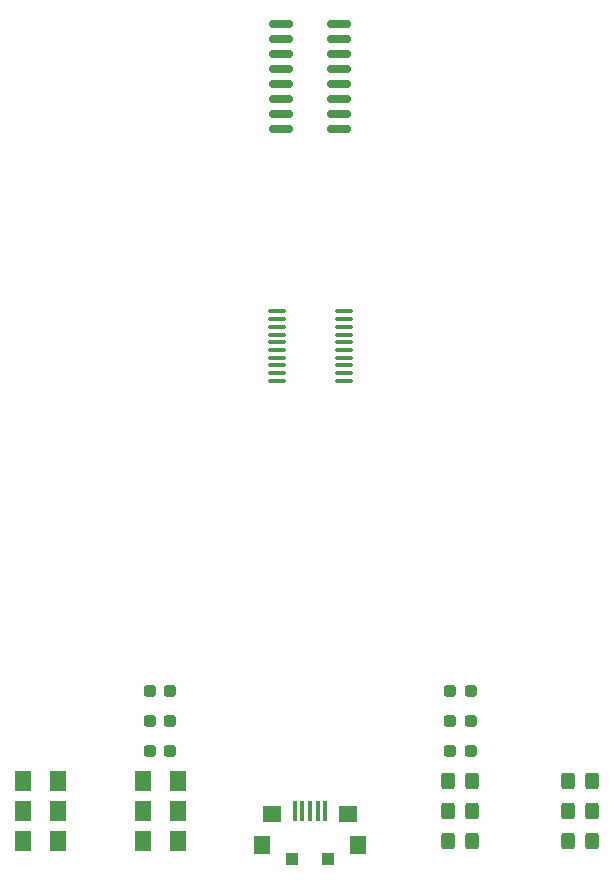
<source format=gtp>
G04 #@! TF.GenerationSoftware,KiCad,Pcbnew,9.0.1*
G04 #@! TF.CreationDate,2025-05-06T23:41:27-04:00*
G04 #@! TF.ProjectId,AltbierProto,416c7462-6965-4725-9072-6f746f2e6b69,rev?*
G04 #@! TF.SameCoordinates,Original*
G04 #@! TF.FileFunction,Paste,Top*
G04 #@! TF.FilePolarity,Positive*
%FSLAX46Y46*%
G04 Gerber Fmt 4.6, Leading zero omitted, Abs format (unit mm)*
G04 Created by KiCad (PCBNEW 9.0.1) date 2025-05-06 23:41:27*
%MOMM*%
%LPD*%
G01*
G04 APERTURE LIST*
G04 Aperture macros list*
%AMRoundRect*
0 Rectangle with rounded corners*
0 $1 Rounding radius*
0 $2 $3 $4 $5 $6 $7 $8 $9 X,Y pos of 4 corners*
0 Add a 4 corners polygon primitive as box body*
4,1,4,$2,$3,$4,$5,$6,$7,$8,$9,$2,$3,0*
0 Add four circle primitives for the rounded corners*
1,1,$1+$1,$2,$3*
1,1,$1+$1,$4,$5*
1,1,$1+$1,$6,$7*
1,1,$1+$1,$8,$9*
0 Add four rect primitives between the rounded corners*
20,1,$1+$1,$2,$3,$4,$5,0*
20,1,$1+$1,$4,$5,$6,$7,0*
20,1,$1+$1,$6,$7,$8,$9,0*
20,1,$1+$1,$8,$9,$2,$3,0*%
G04 Aperture macros list end*
%ADD10RoundRect,0.150000X-0.825000X-0.150000X0.825000X-0.150000X0.825000X0.150000X-0.825000X0.150000X0*%
%ADD11RoundRect,0.100000X-0.637500X-0.100000X0.637500X-0.100000X0.637500X0.100000X-0.637500X0.100000X0*%
%ADD12R,0.400000X1.800000*%
%ADD13R,1.350000X1.500000*%
%ADD14R,1.500000X1.400000*%
%ADD15R,1.100000X1.000000*%
%ADD16RoundRect,0.250001X-0.462499X-0.624999X0.462499X-0.624999X0.462499X0.624999X-0.462499X0.624999X0*%
%ADD17RoundRect,0.250000X-0.325000X-0.450000X0.325000X-0.450000X0.325000X0.450000X-0.325000X0.450000X0*%
%ADD18RoundRect,0.237500X-0.287500X-0.237500X0.287500X-0.237500X0.287500X0.237500X-0.287500X0.237500X0*%
G04 APERTURE END LIST*
D10*
X138645000Y-59815000D03*
X138645000Y-61085000D03*
X138645000Y-62355000D03*
X138645000Y-63625000D03*
X138645000Y-64895000D03*
X138645000Y-66165000D03*
X138645000Y-67435000D03*
X138645000Y-68705000D03*
X143595000Y-68705000D03*
X143595000Y-67435000D03*
X143595000Y-66165000D03*
X143595000Y-64895000D03*
X143595000Y-63625000D03*
X143595000Y-62355000D03*
X143595000Y-61085000D03*
X143595000Y-59815000D03*
D11*
X138307500Y-84135000D03*
X138307500Y-84785000D03*
X138307500Y-85435000D03*
X138307500Y-86085000D03*
X138307500Y-86735000D03*
X138307500Y-87385000D03*
X138307500Y-88035000D03*
X138307500Y-88685000D03*
X138307500Y-89335000D03*
X138307500Y-89985000D03*
X144032500Y-89985000D03*
X144032500Y-89335000D03*
X144032500Y-88685000D03*
X144032500Y-88035000D03*
X144032500Y-87385000D03*
X144032500Y-86735000D03*
X144032500Y-86085000D03*
X144032500Y-85435000D03*
X144032500Y-84785000D03*
X144032500Y-84135000D03*
D12*
X139820000Y-126440000D03*
X140470000Y-126440000D03*
X141120000Y-126440000D03*
X141770000Y-126440000D03*
X142420000Y-126440000D03*
D13*
X137045000Y-129310000D03*
D14*
X137870000Y-126640000D03*
D15*
X139620000Y-130490000D03*
X142620000Y-130490000D03*
D14*
X144370000Y-126640000D03*
D13*
X145195000Y-129310000D03*
D16*
X116822500Y-123900000D03*
X119797500Y-123900000D03*
D17*
X162975000Y-128960000D03*
X165025000Y-128960000D03*
D16*
X116822500Y-126430000D03*
X119797500Y-126430000D03*
X116822500Y-128970000D03*
X119797500Y-128970000D03*
D18*
X152965000Y-121330000D03*
X154715000Y-121330000D03*
D17*
X162975000Y-126420000D03*
X165025000Y-126420000D03*
X162975000Y-123880000D03*
X165025000Y-123880000D03*
D18*
X152965000Y-118790000D03*
X154715000Y-118790000D03*
X127535000Y-118840000D03*
X129285000Y-118840000D03*
X127535000Y-121380000D03*
X129285000Y-121380000D03*
X127535000Y-116300000D03*
X129285000Y-116300000D03*
X152965000Y-116250000D03*
X154715000Y-116250000D03*
D16*
X126982500Y-123900000D03*
X129957500Y-123900000D03*
X126982500Y-128970000D03*
X129957500Y-128970000D03*
X126982500Y-126430000D03*
X129957500Y-126430000D03*
D17*
X152815000Y-128970000D03*
X154865000Y-128970000D03*
X152815000Y-126430000D03*
X154865000Y-126430000D03*
X152815000Y-123890000D03*
X154865000Y-123890000D03*
M02*

</source>
